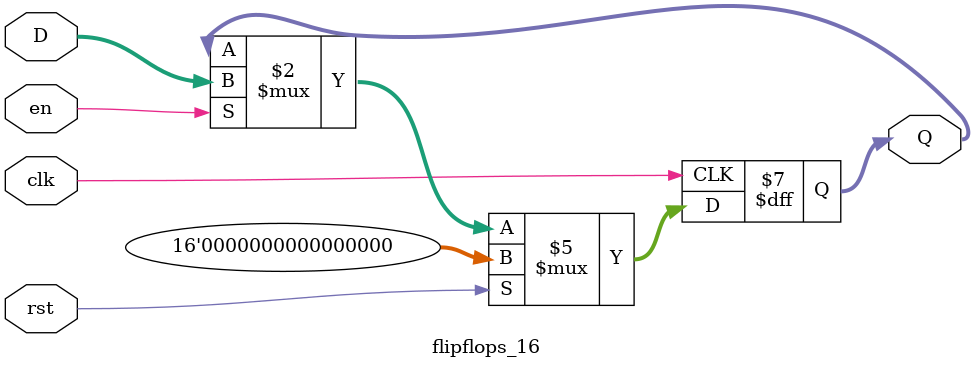
<source format=v>
`timescale 1ns / 1ps

//16-bit REGISTER

module flipflops_16(D,clk,rst,en,Q);
  input [15:0]D;
  input clk,rst,en;
  output reg [15:0]Q;

    always @(posedge clk)
        begin
            if (rst)
                Q <= 16'b0;
            else if (en)
                Q <= D;
        end
 endmodule


</source>
